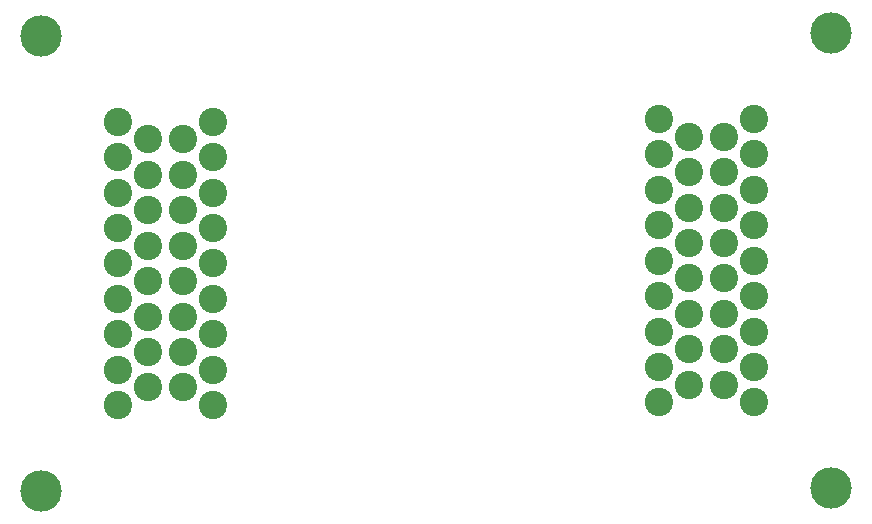
<source format=gts>
G04*
G04 #@! TF.GenerationSoftware,Altium Limited,Altium Designer,22.5.1 (42)*
G04*
G04 Layer_Color=8388736*
%FSLAX25Y25*%
%MOIN*%
G70*
G04*
G04 #@! TF.SameCoordinates,C106D3DF-9627-4863-B2E5-E2E0062BA835*
G04*
G04*
G04 #@! TF.FilePolarity,Negative*
G04*
G01*
G75*
%ADD13C,0.13792*%
%ADD14C,0.09461*%
D13*
X33645Y14710D02*
D03*
Y166285D02*
D03*
X296669Y167191D02*
D03*
Y15616D02*
D03*
D14*
X59236Y137742D02*
D03*
Y125931D02*
D03*
Y114120D02*
D03*
Y102309D02*
D03*
Y90498D02*
D03*
Y78687D02*
D03*
Y66876D02*
D03*
Y55065D02*
D03*
Y43254D02*
D03*
X69078Y131836D02*
D03*
Y120025D02*
D03*
Y108214D02*
D03*
Y96403D02*
D03*
Y84592D02*
D03*
Y72781D02*
D03*
Y60970D02*
D03*
Y49159D02*
D03*
X80889Y131836D02*
D03*
Y120025D02*
D03*
Y108214D02*
D03*
Y96403D02*
D03*
Y84592D02*
D03*
Y72781D02*
D03*
Y60970D02*
D03*
Y49159D02*
D03*
X90732Y137742D02*
D03*
Y125931D02*
D03*
Y114120D02*
D03*
Y102309D02*
D03*
Y90498D02*
D03*
Y78687D02*
D03*
Y66876D02*
D03*
Y55065D02*
D03*
Y43254D02*
D03*
X271078Y44159D02*
D03*
Y55970D02*
D03*
Y67781D02*
D03*
Y79592D02*
D03*
Y91403D02*
D03*
Y103214D02*
D03*
Y115025D02*
D03*
Y126836D02*
D03*
Y138647D02*
D03*
X261236Y50065D02*
D03*
Y61876D02*
D03*
Y73687D02*
D03*
Y85498D02*
D03*
Y97309D02*
D03*
Y109120D02*
D03*
Y120931D02*
D03*
Y132742D02*
D03*
X249425Y50065D02*
D03*
Y61876D02*
D03*
Y73687D02*
D03*
Y85498D02*
D03*
Y97309D02*
D03*
Y109120D02*
D03*
Y120931D02*
D03*
Y132742D02*
D03*
X239582Y44159D02*
D03*
Y55970D02*
D03*
Y67781D02*
D03*
Y79592D02*
D03*
Y91403D02*
D03*
Y103214D02*
D03*
Y115025D02*
D03*
Y126836D02*
D03*
Y138647D02*
D03*
M02*

</source>
